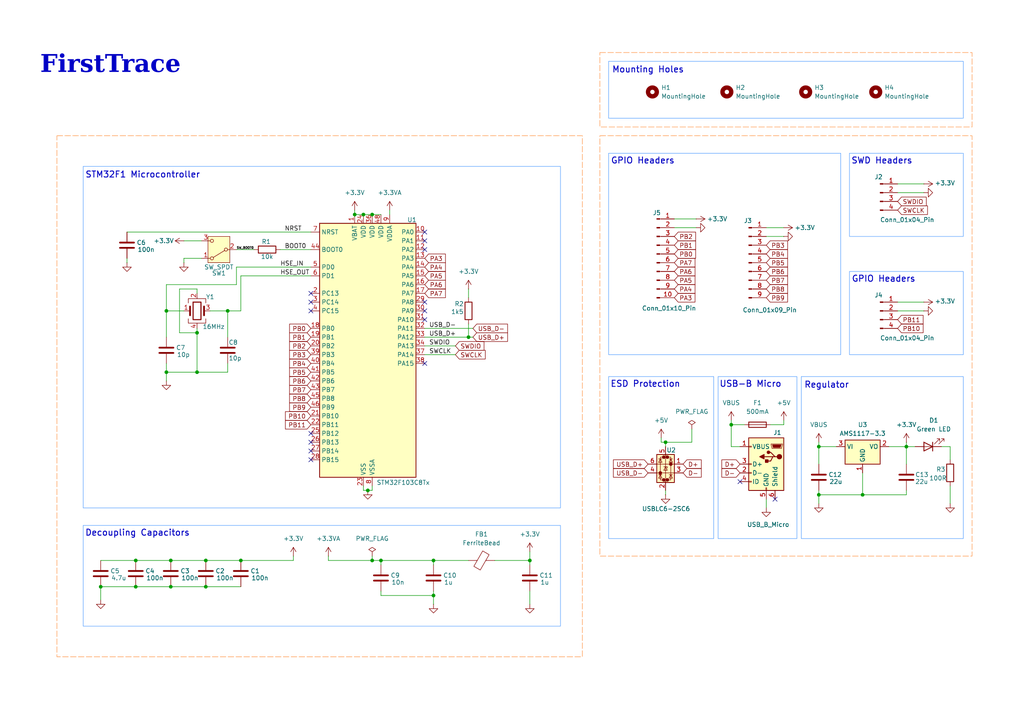
<source format=kicad_sch>
(kicad_sch (version 20231120) (generator "eeschema") (generator_version "8.0")
  (paper "A4")
  (title_block (title "FirstTrace STM32 PCB") (date "2024-10-12") (rev "1.0") (company "Nikolaos Isaak Bitsikas"))
  (lib_symbols
    (symbol "Connector:Conn_01x04_Pin" (pin_names (offset 1.016) hide)
      (property "Reference" "J" (at 0 5.08 0))
      (property "Value" "Conn_01x04_Pin" (at 0 -7.62 0))
      (symbol "Conn_01x04_Pin_1_1"
        (pin passive line (at 5.08 2.54 180) (length 3.81) (name "Pin_1") (number "1"))
        (pin passive line (at 5.08 0 180) (length 3.81) (name "Pin_2") (number "2"))
        (pin passive line (at 5.08 -2.54 180) (length 3.81) (name "Pin_3") (number "3"))
        (pin passive line (at 5.08 -5.08 180) (length 3.81) (name "Pin_4") (number "4"))
      )
    )
    (symbol "Connector:Conn_01x09_Pin" (pin_names (offset 1.016) hide)
      (property "Reference" "J" (at 0 12.7 0))
      (property "Value" "Conn_01x09_Pin" (at 0 -12.7 0))
      (symbol "Conn_01x09_Pin_1_1"
        (pin passive line (at 5.08 10.16 180) (length 3.81) (name "Pin_1") (number "1"))
        (pin passive line (at 5.08 7.62 180) (length 3.81) (name "Pin_2") (number "2"))
        (pin passive line (at 5.08 5.08 180) (length 3.81) (name "Pin_3") (number "3"))
        (pin passive line (at 5.08 2.54 180) (length 3.81) (name "Pin_4") (number "4"))
        (pin passive line (at 5.08 0 180) (length 3.81) (name "Pin_5") (number "5"))
        (pin passive line (at 5.08 -2.54 180) (length 3.81) (name "Pin_6") (number "6"))
        (pin passive line (at 5.08 -5.08 180) (length 3.81) (name "Pin_7") (number "7"))
        (pin passive line (at 5.08 -7.62 180) (length 3.81) (name "Pin_8") (number "8"))
        (pin passive line (at 5.08 -10.16 180) (length 3.81) (name "Pin_9") (number "9"))
      )
    )
    (symbol "Connector:Conn_01x10_Pin" (pin_names (offset 1.016) hide)
      (property "Reference" "J" (at 0 12.7 0))
      (property "Value" "Conn_01x10_Pin" (at 0 -15.24 0))
      (symbol "Conn_01x10_Pin_1_1"
        (pin passive line (at 5.08 10.16 180) (length 3.81) (name "Pin_1") (number "1"))
        (pin passive line (at 5.08 -12.7 180) (length 3.81) (name "Pin_10") (number "10"))
        (pin passive line (at 5.08 7.62 180) (length 3.81) (name "Pin_2") (number "2"))
        (pin passive line (at 5.08 5.08 180) (length 3.81) (name "Pin_3") (number "3"))
        (pin passive line (at 5.08 2.54 180) (length 3.81) (name "Pin_4") (number "4"))
        (pin passive line (at 5.08 0 180) (length 3.81) (name "Pin_5") (number "5"))
        (pin passive line (at 5.08 -2.54 180) (length 3.81) (name "Pin_6") (number "6"))
        (pin passive line (at 5.08 -5.08 180) (length 3.81) (name "Pin_7") (number "7"))
        (pin passive line (at 5.08 -7.62 180) (length 3.81) (name "Pin_8") (number "8"))
        (pin passive line (at 5.08 -10.16 180) (length 3.81) (name "Pin_9") (number "9"))
      )
    )
    (symbol "Connector:USB_B_Micro" (pin_names (offset 1.016))
      (property "Reference" "J" (at -5.08 11.43 0))
      (property "Value" "USB_B_Micro" (at -5.08 8.89 0))
      (symbol "USB_B_Micro_1_1"
        (pin power_out line (at 7.62 5.08 180) (length 2.54) (name "VBUS") (number "1"))
        (pin bidirectional line (at 7.62 -2.54 180) (length 2.54) (name "D-") (number "2"))
        (pin bidirectional line (at 7.62 0 180) (length 2.54) (name "D+") (number "3"))
        (pin passive line (at 7.62 -5.08 180) (length 2.54) (name "ID") (number "4"))
        (pin power_out line (at 0 -10.16 90) (length 2.54) (name "GND") (number "5"))
        (pin passive line (at -2.54 -10.16 90) (length 2.54) (name "Shield") (number "6"))
      )
    )
    (symbol "Device:C" (pin_numbers hide) (pin_names (offset 0.254))
      (property "Reference" "C" (at 0.635 2.54 0))
      (property "Value" "C" (at 0.635 -2.54 0))
      (symbol "C_1_1"
        (pin passive line (at 0 3.81 270) (length 2.794) (name "~") (number "1"))
        (pin passive line (at 0 -3.81 90) (length 2.794) (name "~") (number "2"))
      )
    )
    (symbol "Device:Crystal_GND24" (pin_names (offset 1.016) hide)
      (property "Reference" "Y" (at 3.175 5.08 0))
      (property "Value" "Crystal_GND24" (at 3.175 3.175 0))
      (symbol "Crystal_GND24_1_1"
        (pin passive line (at -3.81 0 0) (length 1.27) (name "1") (number "1"))
        (pin passive line (at 0 5.08 270) (length 1.27) (name "2") (number "2"))
        (pin passive line (at 3.81 0 180) (length 1.27) (name "3") (number "3"))
        (pin passive line (at 0 -5.08 90) (length 1.27) (name "4") (number "4"))
      )
    )
    (symbol "Device:FerriteBead" (pin_numbers hide) (pin_names (offset 0))
      (property "Reference" "FB" (at -3.81 0.635 90))
      (property "Value" "FerriteBead" (at 3.81 0 90))
      (symbol "FerriteBead_1_1"
        (pin passive line (at 0 3.81 270) (length 2.54) (name "~") (number "1"))
        (pin passive line (at 0 -3.81 90) (length 2.54) (name "~") (number "2"))
      )
    )
    (symbol "Device:Fuse" (pin_numbers hide) (pin_names (offset 0))
      (property "Reference" "F" (at 2.032 0 90))
      (property "Value" "Fuse" (at -1.905 0 90))
      (symbol "Fuse_1_1"
        (pin passive line (at 0 3.81 270) (length 1.27) (name "~") (number "1"))
        (pin passive line (at 0 -3.81 90) (length 1.27) (name "~") (number "2"))
      )
    )
    (symbol "Device:LED" (pin_numbers hide) (pin_names (offset 1.016) hide)
      (property "Reference" "D" (at 0 2.54 0))
      (property "Value" "LED" (at 0 -2.54 0))
      (symbol "LED_1_1"
        (pin passive line (at -3.81 0 0) (length 2.54) (name "K") (number "1"))
        (pin passive line (at 3.81 0 180) (length 2.54) (name "A") (number "2"))
      )
    )
    (symbol "Device:R" (pin_numbers hide) (pin_names (offset 0))
      (property "Reference" "R" (at 2.032 0 90))
      (property "Value" "R" (at 0 0 90))
      (symbol "R_1_1"
        (pin passive line (at 0 3.81 270) (length 1.27) (name "~") (number "1"))
        (pin passive line (at 0 -3.81 90) (length 1.27) (name "~") (number "2"))
      )
    )
    (symbol "MCU_ST_STM32F1:STM32F103C8Tx"
      (property "Reference" "U" (at -12.7 39.37 0))
      (property "Value" "STM32F103C8Tx" (at 10.16 39.37 0))
      (symbol "STM32F103C8Tx_1_1"
        (pin power_in line (at -2.54 40.64 270) (length 2.54) (name "VBAT") (number "1"))
        (pin bidirectional line (at 17.78 35.56 180) (length 2.54) (name "PA0") (number "10"))
        (pin bidirectional line (at 17.78 33.02 180) (length 2.54) (name "PA1") (number "11"))
        (pin bidirectional line (at 17.78 30.48 180) (length 2.54) (name "PA2") (number "12"))
        (pin bidirectional line (at 17.78 27.94 180) (length 2.54) (name "PA3") (number "13"))
        (pin bidirectional line (at 17.78 25.4 180) (length 2.54) (name "PA4") (number "14"))
        (pin bidirectional line (at 17.78 22.86 180) (length 2.54) (name "PA5") (number "15"))
        (pin bidirectional line (at 17.78 20.32 180) (length 2.54) (name "PA6") (number "16"))
        (pin bidirectional line (at 17.78 17.78 180) (length 2.54) (name "PA7") (number "17"))
        (pin bidirectional line (at -15.24 7.62 0) (length 2.54) (name "PB0") (number "18"))
        (pin bidirectional line (at -15.24 5.08 0) (length 2.54) (name "PB1") (number "19"))
        (pin bidirectional line (at -15.24 17.78 0) (length 2.54) (name "PC13") (number "2"))
        (pin bidirectional line (at -15.24 2.54 0) (length 2.54) (name "PB2") (number "20"))
        (pin bidirectional line (at -15.24 -17.78 0) (length 2.54) (name "PB10") (number "21"))
        (pin bidirectional line (at -15.24 -20.32 0) (length 2.54) (name "PB11") (number "22"))
        (pin power_in line (at 0 -38.1 90) (length 2.54) (name "VSS") (number "23"))
        (pin power_in line (at 0 40.64 270) (length 2.54) (name "VDD") (number "24"))
        (pin bidirectional line (at -15.24 -22.86 0) (length 2.54) (name "PB12") (number "25"))
        (pin bidirectional line (at -15.24 -25.4 0) (length 2.54) (name "PB13") (number "26"))
        (pin bidirectional line (at -15.24 -27.94 0) (length 2.54) (name "PB14") (number "27"))
        (pin bidirectional line (at -15.24 -30.48 0) (length 2.54) (name "PB15") (number "28"))
        (pin bidirectional line (at 17.78 15.24 180) (length 2.54) (name "PA8") (number "29"))
        (pin bidirectional line (at -15.24 15.24 0) (length 2.54) (name "PC14") (number "3"))
        (pin bidirectional line (at 17.78 12.7 180) (length 2.54) (name "PA9") (number "30"))
        (pin bidirectional line (at 17.78 10.16 180) (length 2.54) (name "PA10") (number "31"))
        (pin bidirectional line (at 17.78 7.62 180) (length 2.54) (name "PA11") (number "32"))
        (pin bidirectional line (at 17.78 5.08 180) (length 2.54) (name "PA12") (number "33"))
        (pin bidirectional line (at 17.78 2.54 180) (length 2.54) (name "PA13") (number "34"))
        (pin passive line (at 0 -38.1 90) (length 2.54) hide (name "VSS") (number "35"))
        (pin power_in line (at 2.54 40.64 270) (length 2.54) (name "VDD") (number "36"))
        (pin bidirectional line (at 17.78 0 180) (length 2.54) (name "PA14") (number "37"))
        (pin bidirectional line (at 17.78 -2.54 180) (length 2.54) (name "PA15") (number "38"))
        (pin bidirectional line (at -15.24 0 0) (length 2.54) (name "PB3") (number "39"))
        (pin bidirectional line (at -15.24 12.7 0) (length 2.54) (name "PC15") (number "4"))
        (pin bidirectional line (at -15.24 -2.54 0) (length 2.54) (name "PB4") (number "40"))
        (pin bidirectional line (at -15.24 -5.08 0) (length 2.54) (name "PB5") (number "41"))
        (pin bidirectional line (at -15.24 -7.62 0) (length 2.54) (name "PB6") (number "42"))
        (pin bidirectional line (at -15.24 -10.16 0) (length 2.54) (name "PB7") (number "43"))
        (pin input line (at -15.24 30.48 0) (length 2.54) (name "BOOT0") (number "44"))
        (pin bidirectional line (at -15.24 -12.7 0) (length 2.54) (name "PB8") (number "45"))
        (pin bidirectional line (at -15.24 -15.24 0) (length 2.54) (name "PB9") (number "46"))
        (pin passive line (at 0 -38.1 90) (length 2.54) hide (name "VSS") (number "47"))
        (pin power_in line (at 5.08 40.64 270) (length 2.54) (name "VDD") (number "48"))
        (pin bidirectional line (at -15.24 25.4 0) (length 2.54) (name "PD0") (number "5"))
        (pin bidirectional line (at -15.24 22.86 0) (length 2.54) (name "PD1") (number "6"))
        (pin input line (at -15.24 35.56 0) (length 2.54) (name "NRST") (number "7"))
        (pin power_in line (at 2.54 -38.1 90) (length 2.54) (name "VSSA") (number "8"))
        (pin power_in line (at 7.62 40.64 270) (length 2.54) (name "VDDA") (number "9"))
      )
    )
    (symbol "Mechanical:MountingHole" (pin_names (offset 1.016)) (exclude_from_sim yes) (in_bom no)
      (property "Reference" "H" (at 0 5.08 0))
      (property "Value" "MountingHole" (at 0 3.175 0))
    )
    (symbol "Power_Protection:USBLC6-2SC6" (pin_names hide)
      (property "Reference" "U" (at 0.635 5.715 0))
      (property "Value" "USBLC6-2SC6" (at 0.635 3.81 0))
      (symbol "USBLC6-2SC6_1_1"
        (pin passive line (at -5.08 0 0) (length 2.54) (name "I/O1") (number "1"))
        (pin passive line (at 0 -7.62 90) (length 2.54) (name "GND") (number "2"))
        (pin passive line (at -5.08 -2.54 0) (length 2.54) (name "I/O2") (number "3"))
        (pin passive line (at 5.08 -2.54 180) (length 2.54) (name "I/O2") (number "4"))
        (pin passive line (at 0 5.08 270) (length 2.54) (name "VBUS") (number "5"))
        (pin passive line (at 5.08 0 180) (length 2.54) (name "I/O1") (number "6"))
      )
    )
    (symbol "Regulator_Linear:AMS1117-3.3"
      (property "Reference" "U" (at -3.81 3.175 0))
      (property "Value" "AMS1117-3.3" (at 0 3.175 0))
      (symbol "AMS1117-3.3_1_1"
        (pin power_in line (at 0 -7.62 90) (length 2.54) (name "GND") (number "1"))
        (pin power_out line (at 7.62 0 180) (length 2.54) (name "VO") (number "2"))
        (pin power_in line (at -7.62 0 0) (length 2.54) (name "VI") (number "3"))
      )
    )
    (symbol "Switch:SW_SPDT" (pin_names (offset 0) hide)
      (property "Reference" "SW" (at 0 5.08 0))
      (property "Value" "SW_SPDT" (at 0 -5.08 0))
      (symbol "SW_SPDT_1_1"
        (pin passive line (at 5.08 2.54 180) (length 2.54) (name "A") (number "1"))
        (pin passive line (at -5.08 0 0) (length 2.54) (name "B") (number "2"))
        (pin passive line (at 5.08 -2.54 180) (length 2.54) (name "C") (number "3"))
      )
    )
    (symbol "power:+3.3V" (power) (pin_numbers hide) (pin_names (offset 0) hide)
      (property "Value" "+3.3V" (at 0 3.556 0))
      (symbol "+3.3V_1_1"
        (pin power_in line (at 0 0 90) (length 0) (name "~") (number "1"))
      )
    )
    (symbol "power:+3.3VA" (power) (pin_numbers hide) (pin_names (offset 0) hide)
      (property "Value" "+3.3VA" (at 0 3.556 0))
      (symbol "+3.3VA_1_1"
        (pin power_in line (at 0 0 90) (length 0) (name "~") (number "1"))
      )
    )
    (symbol "power:+5V" (power) (pin_numbers hide) (pin_names (offset 0) hide)
      (property "Value" "+5V" (at 0 3.556 0))
      (symbol "+5V_1_1"
        (pin power_in line (at 0 0 90) (length 0) (name "~") (number "1"))
      )
    )
    (symbol "power:GND" (power) (pin_numbers hide) (pin_names (offset 0) hide)
      (property "Value" "GND" (at 0 -3.81 0))
      (symbol "GND_1_1"
        (pin power_in line (at 0 0 270) (length 0) (name "~") (number "1"))
      )
    )
    (symbol "power:PWR_FLAG" (power) (pin_numbers hide) (pin_names (offset 0) hide)
      (property "Value" "PWR_FLAG" (at 0 3.81 0))
      (symbol "PWR_FLAG_0_0"
        (pin power_out line (at 0 0 90) (length 0) (name "~") (number "1"))
      )
    )
    (symbol "power:VBUS" (power) (pin_numbers hide) (pin_names (offset 0) hide)
      (property "Value" "VBUS" (at 0 3.556 0))
      (symbol "VBUS_1_1"
        (pin power_in line (at 0 0 90) (length 0) (name "~") (number "1"))
      )
    )
  )
  (junction (at 49.53 162.56))
  (junction (at 237.49 143.51))
  (junction (at 105.41 62.23))
  (junction (at 135.89 97.79))
  (junction (at 262.89 129.54))
  (junction (at 193.04 128.27))
  (junction (at 125.73 172.72))
  (junction (at 59.69 170.18))
  (junction (at 106.68 142.24))
  (junction (at 66.04 90.17))
  (junction (at 39.37 162.56))
  (junction (at 57.15 96.52))
  (junction (at 48.26 90.17))
  (junction (at 250.19 143.51))
  (junction (at 107.95 62.23))
  (junction (at 237.49 129.54))
  (junction (at 125.73 162.56))
  (junction (at 102.87 62.23))
  (junction (at 59.69 162.56))
  (junction (at 39.37 170.18))
  (junction (at 48.26 107.95))
  (junction (at 29.21 170.18))
  (junction (at 212.09 123.19))
  (junction (at 110.49 162.56))
  (junction (at 153.67 162.56))
  (junction (at 69.85 162.56))
  (junction (at 107.95 162.56))
  (junction (at 49.53 170.18))
  (junction (at 57.15 107.95))
  (no_connect (at 90.17 90.17))
  (no_connect (at 214.63 139.7))
  (no_connect (at 123.19 92.71))
  (no_connect (at 123.19 67.31))
  (no_connect (at 90.17 85.09))
  (no_connect (at 224.79 144.78))
  (no_connect (at 123.19 72.39))
  (no_connect (at 90.17 125.73))
  (no_connect (at 90.17 133.35))
  (no_connect (at 90.17 87.63))
  (no_connect (at 123.19 105.41))
  (no_connect (at 90.17 128.27))
  (no_connect (at 90.17 130.81))
  (no_connect (at 123.19 87.63))
  (no_connect (at 123.19 69.85))
  (no_connect (at 123.19 90.17))
  (wire (pts (xy 193.04 128.27) (xy 193.04 129.54)))
  (wire (pts (xy 53.34 69.85) (xy 58.42 69.85)))
  (wire (pts (xy 53.34 90.17) (xy 48.26 90.17)))
  (wire (pts (xy 107.95 161.29) (xy 107.95 162.56)))
  (wire (pts (xy 135.89 97.79) (xy 137.16 97.79)))
  (wire (pts (xy 227.33 121.92) (xy 227.33 123.19)))
  (wire (pts (xy 262.89 142.24) (xy 262.89 143.51)))
  (wire (pts (xy 250.19 137.16) (xy 250.19 143.51)))
  (wire (pts (xy 69.85 80.01) (xy 90.17 80.01)))
  (wire (pts (xy 237.49 128.27) (xy 237.49 129.54)))
  (wire (pts (xy 48.26 105.41) (xy 48.26 107.95)))
  (wire (pts (xy 135.89 93.98) (xy 135.89 97.79)))
  (wire (pts (xy 125.73 162.56) (xy 135.89 162.56)))
  (wire (pts (xy 107.95 142.24) (xy 106.68 142.24)))
  (wire (pts (xy 110.49 162.56) (xy 125.73 162.56)))
  (wire (pts (xy 275.59 140.97) (xy 275.59 146.05)))
  (wire (pts (xy 95.25 162.56) (xy 107.95 162.56)))
  (wire (pts (xy 102.87 62.23) (xy 105.41 62.23)))
  (wire (pts (xy 193.04 128.27) (xy 200.66 128.27)))
  (wire (pts (xy 29.21 170.18) (xy 39.37 170.18)))
  (wire (pts (xy 195.58 66.04) (xy 201.93 66.04)))
  (wire (pts (xy 250.19 143.51) (xy 237.49 143.51)))
  (wire (pts (xy 125.73 172.72) (xy 125.73 175.26)))
  (wire (pts (xy 105.41 142.24) (xy 106.68 142.24)))
  (wire (pts (xy 153.67 171.45) (xy 153.67 175.26)))
  (wire (pts (xy 123.19 97.79) (xy 135.89 97.79)))
  (wire (pts (xy 57.15 95.25) (xy 57.15 96.52)))
  (wire (pts (xy 107.95 162.56) (xy 110.49 162.56)))
  (wire (pts (xy 212.09 123.19) (xy 212.09 129.54)))
  (wire (pts (xy 68.58 72.39) (xy 73.66 72.39)))
  (wire (pts (xy 267.97 53.34) (xy 260.35 53.34)))
  (wire (pts (xy 143.51 162.56) (xy 153.67 162.56)))
  (wire (pts (xy 267.97 87.63) (xy 260.35 87.63)))
  (wire (pts (xy 52.07 83.82) (xy 57.15 83.82)))
  (wire (pts (xy 125.73 163.83) (xy 125.73 162.56)))
  (wire (pts (xy 227.33 123.19) (xy 223.52 123.19)))
  (wire (pts (xy 105.41 62.23) (xy 107.95 62.23)))
  (wire (pts (xy 110.49 172.72) (xy 125.73 172.72)))
  (wire (pts (xy 53.34 74.93) (xy 53.34 76.2)))
  (wire (pts (xy 66.04 107.95) (xy 57.15 107.95)))
  (wire (pts (xy 212.09 121.92) (xy 212.09 123.19)))
  (wire (pts (xy 68.58 77.47) (xy 68.58 82.55)))
  (wire (pts (xy 193.04 142.24) (xy 193.04 143.51)))
  (wire (pts (xy 81.28 72.39) (xy 90.17 72.39)))
  (wire (pts (xy 59.69 162.56) (xy 69.85 162.56)))
  (wire (pts (xy 153.67 160.02) (xy 153.67 162.56)))
  (wire (pts (xy 85.09 161.29) (xy 85.09 162.56)))
  (wire (pts (xy 135.89 83.82) (xy 135.89 86.36)))
  (wire (pts (xy 123.19 102.87) (xy 132.08 102.87)))
  (wire (pts (xy 29.21 170.18) (xy 29.21 173.99)))
  (wire (pts (xy 212.09 123.19) (xy 215.9 123.19)))
  (wire (pts (xy 57.15 96.52) (xy 57.15 107.95)))
  (wire (pts (xy 262.89 128.27) (xy 262.89 129.54)))
  (wire (pts (xy 262.89 129.54) (xy 262.89 134.62)))
  (wire (pts (xy 222.25 66.04) (xy 227.33 66.04)))
  (wire (pts (xy 260.35 90.17) (xy 267.97 90.17)))
  (wire (pts (xy 57.15 85.09) (xy 57.15 83.82)))
  (wire (pts (xy 262.89 129.54) (xy 265.43 129.54)))
  (wire (pts (xy 48.26 82.55) (xy 68.58 82.55)))
  (wire (pts (xy 105.41 140.97) (xy 105.41 142.24)))
  (wire (pts (xy 195.58 63.5) (xy 201.93 63.5)))
  (wire (pts (xy 242.57 129.54) (xy 237.49 129.54)))
  (wire (pts (xy 107.95 140.97) (xy 107.95 142.24)))
  (wire (pts (xy 123.19 95.25) (xy 137.16 95.25)))
  (wire (pts (xy 273.05 129.54) (xy 275.59 129.54)))
  (wire (pts (xy 66.04 90.17) (xy 66.04 97.79)))
  (wire (pts (xy 36.83 67.31) (xy 90.17 67.31)))
  (wire (pts (xy 212.09 129.54) (xy 214.63 129.54)))
  (wire (pts (xy 110.49 172.72) (xy 110.49 171.45)))
  (wire (pts (xy 262.89 143.51) (xy 250.19 143.51)))
  (wire (pts (xy 69.85 90.17) (xy 69.85 80.01)))
  (wire (pts (xy 60.96 90.17) (xy 66.04 90.17)))
  (wire (pts (xy 257.81 129.54) (xy 262.89 129.54)))
  (wire (pts (xy 52.07 96.52) (xy 57.15 96.52)))
  (wire (pts (xy 110.49 163.83) (xy 110.49 162.56)))
  (wire (pts (xy 123.19 100.33) (xy 132.08 100.33)))
  (wire (pts (xy 48.26 82.55) (xy 48.26 90.17)))
  (wire (pts (xy 39.37 162.56) (xy 49.53 162.56)))
  (wire (pts (xy 102.87 60.96) (xy 102.87 62.23)))
  (wire (pts (xy 48.26 107.95) (xy 48.26 110.49)))
  (wire (pts (xy 66.04 90.17) (xy 69.85 90.17)))
  (wire (pts (xy 222.25 68.58) (xy 227.33 68.58)))
  (wire (pts (xy 57.15 107.95) (xy 48.26 107.95)))
  (wire (pts (xy 125.73 171.45) (xy 125.73 172.72)))
  (wire (pts (xy 237.49 143.51) (xy 237.49 146.05)))
  (wire (pts (xy 48.26 90.17) (xy 48.26 97.79)))
  (wire (pts (xy 107.95 62.23) (xy 110.49 62.23)))
  (wire (pts (xy 95.25 161.29) (xy 95.25 162.56)))
  (wire (pts (xy 52.07 83.82) (xy 52.07 96.52)))
  (wire (pts (xy 191.77 127) (xy 191.77 128.27)))
  (wire (pts (xy 275.59 129.54) (xy 275.59 133.35)))
  (wire (pts (xy 29.21 162.56) (xy 39.37 162.56)))
  (wire (pts (xy 237.49 142.24) (xy 237.49 143.51)))
  (wire (pts (xy 237.49 129.54) (xy 237.49 134.62)))
  (wire (pts (xy 39.37 170.18) (xy 49.53 170.18)))
  (wire (pts (xy 53.34 74.93) (xy 58.42 74.93)))
  (wire (pts (xy 113.03 60.96) (xy 113.03 62.23)))
  (wire (pts (xy 69.85 162.56) (xy 85.09 162.56)))
  (wire (pts (xy 66.04 105.41) (xy 66.04 107.95)))
  (wire (pts (xy 49.53 162.56) (xy 59.69 162.56)))
  (wire (pts (xy 193.04 128.27) (xy 191.77 128.27)))
  (wire (pts (xy 200.66 124.46) (xy 200.66 128.27)))
  (wire (pts (xy 49.53 170.18) (xy 59.69 170.18)))
  (wire (pts (xy 90.17 77.47) (xy 68.58 77.47)))
  (wire (pts (xy 153.67 163.83) (xy 153.67 162.56)))
  (wire (pts (xy 59.69 170.18) (xy 69.85 170.18)))
  (wire (pts (xy 260.35 55.88) (xy 267.97 55.88)))
  (wire (pts (xy 222.25 144.78) (xy 222.25 147.32)))
  (wire (pts (xy 36.83 74.93) (xy 36.83 76.2)))
  (rectangle (start 246.38 44.45) (end 279.4 68.58) (stroke (width 0) (color 90 162 255 1)))
  (rectangle (start 232.41 109.22) (end 279.4 156.21) (stroke (width 0) (color 90 162 255 1)))
  (rectangle (start 16.51 39.37) (end 168.91 190.5) (stroke (width 0) (type dash) (color 255 148 70 1)))
  (rectangle (start 173.99 39.37) (end 281.94 161.29) (stroke (width 0) (type dash) (color 255 148 70 1)))
  (rectangle (start 176.53 17.78) (end 279.4 34.29) (stroke (width 0) (color 90 162 255 1)))
  (rectangle (start 208.28 109.22) (end 231.14 156.21) (stroke (width 0) (color 90 162 255 1)))
  (rectangle (start 176.53 109.22) (end 207.01 156.21) (stroke (width 0) (color 90 162 255 1)))
  (rectangle (start 246.38 78.74) (end 279.4 102.87) (stroke (width 0) (color 90 162 255 1)))
  (rectangle (start 173.99 15.24) (end 281.94 36.83) (stroke (width 0) (type dash) (color 255 148 70 1)))
  (rectangle (start 24.13 48.26) (end 162.56 147.32) (stroke (width 0) (color 90 162 255 1)))
  (rectangle (start 24.13 152.4) (end 162.56 181.61) (stroke (width 0) (color 90 162 255 1)))
  (rectangle (start 176.53 44.45) (end 243.84 102.87) (stroke (width 0) (color 90 162 255 1)))
  (text "FirstTrace " (at 33.274 20.32 0) (effects (font (size 5.08 5.08) (thickness 0.254) (bold yes))))
  (text "STM32F1 Microcontroller" (at 41.402 50.8 0) (effects (font (size 1.778 1.778) (thickness 0.254) (bold yes))))
  (text "SWD Headers" (at 255.778 46.736 0) (effects (font (size 1.778 1.778) (thickness 0.254) (bold yes))))
  (text "GPIO Headers" (at 256.286 81.026 0) (effects (font (size 1.778 1.778) (thickness 0.254) (bold yes))))
  (text "GPIO Headers" (at 186.436 46.736 0) (effects (font (size 1.778 1.778) (thickness 0.254) (bold yes))))
  (text "Regulator\n" (at 239.776 111.76 0) (effects (font (size 1.778 1.778) (thickness 0.254) (bold yes))))
  (text "Decoupling Capacitors" (at 39.878 154.686 0) (effects (font (size 1.778 1.778) (thickness 0.254) (bold yes))))
  (text "USB-B Micro\n" (at 217.678 111.506 0) (effects (font (size 1.778 1.778) (thickness 0.254) (bold yes))))
  (text "ESD Protection\n" (at 187.198 111.506 0) (effects (font (size 1.778 1.778) (thickness 0.254) (bold yes))))
  (text "Mounting Holes" (at 187.96 20.32 0) (effects (font (size 1.778 1.778) (thickness 0.254) (bold yes))))
  (label "USB_D+" (at 124.46 97.79 0))
  (label "HSE_OUT" (at 81.28 80.01 0))
  (label "SW_BOOT0" (at 68.58 72.39 0) (effects (font (size 0.635 0.635))))
  (label "NRST" (at 82.55 67.31 0))
  (label "HSE_IN" (at 81.28 77.47 0))
  (label "SWCLK" (at 124.46 102.87 0))
  (label "USB_D-" (at 124.46 95.25 0))
  (label "SWDIO" (at 124.46 100.33 0))
  (label "BOOT0" (at 82.55 72.39 0))
  (global_label "USB_D+" (shape input) (at 137.16 97.79 0) (property "Intersheetrefs" "${INTERSHEET_REFS}" (effects (hide yes))))
  (global_label "PA5" (shape input) (at 195.58 81.28 0) (property "Intersheetrefs" "${INTERSHEET_REFS}" (effects (hide yes))))
  (global_label "D+" (shape input) (at 214.63 134.62 180) (property "Intersheetrefs" "${INTERSHEET_REFS}" (effects (hide yes))))
  (global_label "PA4" (shape input) (at 123.19 77.47 0) (property "Intersheetrefs" "${INTERSHEET_REFS}" (effects (hide yes))))
  (global_label "USB_D+" (shape input) (at 187.96 134.62 180) (property "Intersheetrefs" "${INTERSHEET_REFS}" (effects (hide yes))))
  (global_label "PB6" (shape input) (at 222.25 78.74 0) (property "Intersheetrefs" "${INTERSHEET_REFS}" (effects (hide yes))))
  (global_label "PB9" (shape input) (at 90.17 118.11 180) (property "Intersheetrefs" "${INTERSHEET_REFS}" (effects (hide yes))))
  (global_label "PA7" (shape input) (at 195.58 76.2 0) (property "Intersheetrefs" "${INTERSHEET_REFS}" (effects (hide yes))))
  (global_label "PB4" (shape input) (at 222.25 73.66 0) (property "Intersheetrefs" "${INTERSHEET_REFS}" (effects (hide yes))))
  (global_label "PB2" (shape input) (at 195.58 68.58 0) (property "Intersheetrefs" "${INTERSHEET_REFS}" (effects (hide yes))))
  (global_label "PB3" (shape input) (at 90.17 102.87 180) (property "Intersheetrefs" "${INTERSHEET_REFS}" (effects (hide yes))))
  (global_label "PB2" (shape input) (at 90.17 100.33 180) (property "Intersheetrefs" "${INTERSHEET_REFS}" (effects (hide yes))))
  (global_label "PB11" (shape input) (at 260.35 92.71 0) (property "Intersheetrefs" "${INTERSHEET_REFS}" (effects (hide yes))))
  (global_label "PB5" (shape input) (at 90.17 107.95 180) (property "Intersheetrefs" "${INTERSHEET_REFS}" (effects (hide yes))))
  (global_label "PB11" (shape input) (at 90.17 123.19 180) (property "Intersheetrefs" "${INTERSHEET_REFS}" (effects (hide yes))))
  (global_label "USB_D-" (shape input) (at 187.96 137.16 180) (property "Intersheetrefs" "${INTERSHEET_REFS}" (effects (hide yes))))
  (global_label "PB0" (shape input) (at 90.17 95.25 180) (property "Intersheetrefs" "${INTERSHEET_REFS}" (effects (hide yes))))
  (global_label "PB6" (shape input) (at 90.17 110.49 180) (property "Intersheetrefs" "${INTERSHEET_REFS}" (effects (hide yes))))
  (global_label "PB5" (shape input) (at 222.25 76.2 0) (property "Intersheetrefs" "${INTERSHEET_REFS}" (effects (hide yes))))
  (global_label "PB3" (shape input) (at 222.25 71.12 0) (property "Intersheetrefs" "${INTERSHEET_REFS}" (effects (hide yes))))
  (global_label "PB9" (shape input) (at 222.25 86.36 0) (property "Intersheetrefs" "${INTERSHEET_REFS}" (effects (hide yes))))
  (global_label "PB10" (shape input) (at 260.35 95.25 0) (property "Intersheetrefs" "${INTERSHEET_REFS}" (effects (hide yes))))
  (global_label "PB7" (shape input) (at 222.25 81.28 0) (property "Intersheetrefs" "${INTERSHEET_REFS}" (effects (hide yes))))
  (global_label "PB7" (shape input) (at 90.17 113.03 180) (property "Intersheetrefs" "${INTERSHEET_REFS}" (effects (hide yes))))
  (global_label "SWDIO" (shape input) (at 132.08 100.33 0) (property "Intersheetrefs" "${INTERSHEET_REFS}" (effects (hide yes))))
  (global_label "SWCLK" (shape input) (at 260.35 60.96 0) (property "Intersheetrefs" "${INTERSHEET_REFS}" (effects (hide yes))))
  (global_label "PB1" (shape input) (at 90.17 97.79 180) (property "Intersheetrefs" "${INTERSHEET_REFS}" (effects (hide yes))))
  (global_label "D-" (shape input) (at 198.12 137.16 0) (property "Intersheetrefs" "${INTERSHEET_REFS}" (effects (hide yes))))
  (global_label "PA4" (shape input) (at 195.58 83.82 0) (property "Intersheetrefs" "${INTERSHEET_REFS}" (effects (hide yes))))
  (global_label "PA3" (shape input) (at 123.19 74.93 0) (property "Intersheetrefs" "${INTERSHEET_REFS}" (effects (hide yes))))
  (global_label "PA7" (shape input) (at 123.19 85.09 0) (property "Intersheetrefs" "${INTERSHEET_REFS}" (effects (hide yes))))
  (global_label "SWDIO" (shape input) (at 260.35 58.42 0) (property "Intersheetrefs" "${INTERSHEET_REFS}" (effects (hide yes))))
  (global_label "PA6" (shape input) (at 195.58 78.74 0) (property "Intersheetrefs" "${INTERSHEET_REFS}" (effects (hide yes))))
  (global_label "PB10" (shape input) (at 90.17 120.65 180) (property "Intersheetrefs" "${INTERSHEET_REFS}" (effects (hide yes))))
  (global_label "PA3" (shape input) (at 195.58 86.36 0) (property "Intersheetrefs" "${INTERSHEET_REFS}" (effects (hide yes))))
  (global_label "D-" (shape input) (at 214.63 137.16 180) (property "Intersheetrefs" "${INTERSHEET_REFS}" (effects (hide yes))))
  (global_label "PA6" (shape input) (at 123.19 82.55 0) (property "Intersheetrefs" "${INTERSHEET_REFS}" (effects (hide yes))))
  (global_label "D+" (shape input) (at 198.12 134.62 0) (property "Intersheetrefs" "${INTERSHEET_REFS}" (effects (hide yes))))
  (global_label "PA5" (shape input) (at 123.19 80.01 0) (property "Intersheetrefs" "${INTERSHEET_REFS}" (effects (hide yes))))
  (global_label "USB_D-" (shape input) (at 137.16 95.25 0) (property "Intersheetrefs" "${INTERSHEET_REFS}" (effects (hide yes))))
  (global_label "SWCLK" (shape input) (at 132.08 102.87 0) (property "Intersheetrefs" "${INTERSHEET_REFS}" (effects (hide yes))))
  (global_label "PB4" (shape input) (at 90.17 105.41 180) (property "Intersheetrefs" "${INTERSHEET_REFS}" (effects (hide yes))))
  (global_label "PB0" (shape input) (at 195.58 73.66 0) (property "Intersheetrefs" "${INTERSHEET_REFS}" (effects (hide yes))))
  (global_label "PB8" (shape input) (at 90.17 115.57 180) (property "Intersheetrefs" "${INTERSHEET_REFS}" (effects (hide yes))))
  (global_label "PB1" (shape input) (at 195.58 71.12 0) (property "Intersheetrefs" "${INTERSHEET_REFS}" (effects (hide yes))))
  (global_label "PB8" (shape input) (at 222.25 83.82 0) (property "Intersheetrefs" "${INTERSHEET_REFS}" (effects (hide yes))))
  (symbol (lib_id "power:GND") (at 125.73 175.26 0) (unit 1)
    (property "Reference" "#PWR09" (effects (hide yes)))
    (property "Value" "GND" (effects (hide yes)))
    (property "Description" "Power symbol creates a global label with name \"GND\" , ground" (effects (hide yes)))
  )
  (symbol (lib_id "power:+3.3V") (at 102.87 60.96 0) (unit 1)
    (property "Reference" "#PWR026" (effects (hide yes)))
    (property "Value" "+3.3V" (at 102.87 55.88 0))
    (property "Description" "Power symbol creates a global label with name \"+3.3V\"" (effects (hide yes)))
  )
  (symbol (lib_id "Device:C") (at 49.53 166.37 0) (unit 1)
    (property "Reference" "C3" (at 52.324 165.608 0) (effects (justify left)))
    (property "Value" "100n" (at 52.578 167.64 0) (effects (justify left)))
    (property "Footprint" "Capacitor_SMD:C_0402_1005Metric" (effects (hide yes)))
    (property "Description" "Unpolarized capacitor" (effects (hide yes)))
  )
  (symbol (lib_id "Device:C") (at 48.26 101.6 0) (unit 1)
    (property "Reference" "C7" (at 51.054 100.838 0) (effects (justify left)))
    (property "Value" "10p" (at 51.308 102.87 0) (effects (justify left)))
    (property "Footprint" "Capacitor_SMD:C_0402_1005Metric" (effects (hide yes)))
    (property "Description" "Unpolarized capacitor" (effects (hide yes)))
  )
  (symbol (lib_id "power:GND") (at 153.67 175.26 0) (unit 1)
    (property "Reference" "#PWR010" (effects (hide yes)))
    (property "Value" "GND" (effects (hide yes)))
    (property "Description" "Power symbol creates a global label with name \"GND\" , ground" (effects (hide yes)))
  )
  (symbol (lib_id "Device:C") (at 237.49 138.43 0) (unit 1)
    (property "Reference" "C12" (at 240.284 137.668 0) (effects (justify left)))
    (property "Value" "22u" (at 240.538 139.7 0) (effects (justify left)))
    (property "Footprint" "Capacitor_SMD:C_0805_2012Metric" (effects (hide yes)))
    (property "Description" "Unpolarized capacitor" (effects (hide yes)))
  )
  (symbol (lib_id "power:+3.3V") (at 135.89 83.82 0) (unit 1)
    (property "Reference" "#PWR019" (effects (hide yes)))
    (property "Value" "+3.3V" (at 135.89 78.74 0))
    (property "Description" "Power symbol creates a global label with name \"+3.3V\"" (effects (hide yes)))
  )
  (symbol (lib_id "Device:LED") (at 269.24 129.54 180) (unit 1)
    (property "Reference" "D1" (at 270.8275 121.92 0))
    (property "Value" "Green LED" (at 270.8275 124.46 0))
    (property "Footprint" "LED_SMD:LED_0603_1608Metric" (effects (hide yes)))
    (property "Description" "Light emitting diode" (effects (hide yes)))
  )
  (symbol (lib_id "Connector:Conn_01x09_Pin") (at 217.17 76.2 0) (unit 1)
    (property "Reference" "J3" (at 216.916 64.008 0))
    (property "Value" "Conn_01x09_Pin" (at 223.266 89.916 0))
    (property "Footprint" "Connector_PinHeader_2.54mm:PinHeader_1x09_P2.54mm_Vertical" (effects (hide yes)))
    (property "Description" "Generic connector, single row, 01x09, script generated" (effects (hide yes)))
  )
  (symbol (lib_id "power:+3.3V") (at 267.97 53.34 270) (mirror x) (unit 1)
    (property "Reference" "#PWR021" (effects (hide yes)))
    (property "Value" "+3.3V" (at 274.066 53.086 90))
    (property "Description" "Power symbol creates a global label with name \"+3.3V\"" (effects (hide yes)))
  )
  (symbol (lib_id "power:GND") (at 227.33 68.58 90) (unit 1)
    (property "Reference" "#PWR023" (effects (hide yes)))
    (property "Value" "GND" (effects (hide yes)))
    (property "Description" "Power symbol creates a global label with name \"GND\" , ground" (effects (hide yes)))
  )
  (symbol (lib_id "Device:C") (at 153.67 167.64 0) (unit 1)
    (property "Reference" "C11" (at 156.464 166.878 0) (effects (justify left)))
    (property "Value" "1u" (at 156.718 168.91 0) (effects (justify left)))
    (property "Footprint" "Capacitor_SMD:C_0402_1005Metric" (effects (hide yes)))
    (property "Description" "Unpolarized capacitor" (effects (hide yes)))
  )
  (symbol (lib_id "power:GND") (at 201.93 66.04 90) (unit 1)
    (property "Reference" "#PWR031" (effects (hide yes)))
    (property "Value" "GND" (effects (hide yes)))
    (property "Description" "Power symbol creates a global label with name \"GND\" , ground" (effects (hide yes)))
  )
  (symbol (lib_id "power:+5V") (at 227.33 121.92 0) (unit 1)
    (property "Reference" "#PWR029" (effects (hide yes)))
    (property "Value" "+5V" (at 227.33 116.84 0))
    (property "Description" "Power symbol creates a global label with name \"+5V\"" (effects (hide yes)))
  )
  (symbol (lib_id "power:GND") (at 267.97 55.88 90) (mirror x) (unit 1)
    (property "Reference" "#PWR020" (effects (hide yes)))
    (property "Value" "GND" (effects (hide yes)))
    (property "Description" "Power symbol creates a global label with name \"GND\" , ground" (effects (hide yes)))
  )
  (symbol (lib_id "power:VBUS") (at 237.49 128.27 0) (unit 1)
    (property "Reference" "#PWR017" (effects (hide yes)))
    (property "Value" "VBUS" (at 237.49 123.19 0))
    (property "Description" "Power symbol creates a global label with name \"VBUS\"" (effects (hide yes)))
  )
  (symbol (lib_id "Connector:USB_B_Micro") (at 222.25 134.62 0) (mirror y) (unit 1)
    (property "Reference" "J1" (at 224.282 125.476 0) (effects (justify right)))
    (property "Value" "USB_B_Micro" (at 216.662 152.146 0) (effects (justify right)))
    (property "Footprint" "Connector_USB:USB_Micro-B_Wuerth_629105150521" (effects (hide yes)))
    (property "Description" "USB Micro Type B connector" (effects (hide yes)))
  )
  (symbol (lib_id "power:+3.3V") (at 153.67 160.02 0) (unit 1)
    (property "Reference" "#PWR011" (effects (hide yes)))
    (property "Value" "+3.3V" (at 153.67 154.94 0))
    (property "Description" "Power symbol creates a global label with name \"+3.3V\"" (effects (hide yes)))
  )
  (symbol (lib_id "Device:R") (at 77.47 72.39 90) (unit 1)
    (property "Reference" "R1" (at 77.216 70.104 90))
    (property "Value" "10k" (at 77.47 74.422 90))
    (property "Footprint" "Resistor_SMD:R_0402_1005Metric" (effects (hide yes)))
    (property "Description" "Resistor" (effects (hide yes)))
  )
  (symbol (lib_id "power:+3.3V") (at 262.89 128.27 0) (unit 1)
    (property "Reference" "#PWR018" (effects (hide yes)))
    (property "Value" "+3.3V" (at 262.89 123.19 0))
    (property "Description" "Power symbol creates a global label with name \"+3.3V\"" (effects (hide yes)))
  )
  (symbol (lib_id "Device:C") (at 29.21 166.37 0) (unit 1)
    (property "Reference" "C5" (at 32.004 165.608 0) (effects (justify left)))
    (property "Value" "4.7u" (at 32.258 167.64 0) (effects (justify left)))
    (property "Footprint" "Capacitor_SMD:C_0603_1608Metric" (effects (hide yes)))
    (property "Description" "Unpolarized capacitor" (effects (hide yes)))
  )
  (symbol (lib_id "Connector:Conn_01x04_Pin") (at 255.27 55.88 0) (unit 1)
    (property "Reference" "J2" (at 256.032 51.308 0) (effects (justify right)))
    (property "Value" "Conn_01x04_Pin" (at 271.018 63.754 0) (effects (justify right)))
    (property "Footprint" "Connector_PinHeader_2.54mm:PinHeader_1x04_P2.54mm_Vertical" (effects (hide yes)))
    (property "Description" "Generic connector, single row, 01x04, script generated" (effects (hide yes)))
  )
  (symbol (lib_id "power:+3.3V") (at 267.97 87.63 270) (mirror x) (unit 1)
    (property "Reference" "#PWR024" (effects (hide yes)))
    (property "Value" "+3.3V" (at 274.066 87.376 90))
    (property "Description" "Power symbol creates a global label with name \"+3.3V\"" (effects (hide yes)))
  )
  (symbol (lib_id "Device:C") (at 36.83 71.12 0) (unit 1)
    (property "Reference" "C6" (at 39.624 70.358 0) (effects (justify left)))
    (property "Value" "100n" (at 39.878 72.39 0) (effects (justify left)))
    (property "Footprint" "Capacitor_SMD:C_0402_1005Metric" (effects (hide yes)))
    (property "Description" "Unpolarized capacitor" (effects (hide yes)))
  )
  (symbol (lib_id "Mechanical:MountingHole") (at 233.68 26.67 0) (unit 1) (exclude_from_sim yes) (in_bom no)
    (property "Reference" "H3" (at 236.22 25.3999 0) (effects (justify left)))
    (property "Value" "MountingHole" (at 236.22 27.9399 0) (effects (justify left)))
    (property "Footprint" "MountingHole:MountingHole_2.2mm_M2" (effects (hide yes)))
    (property "Description" "Mounting Hole without connection" (effects (hide yes)))
  )
  (symbol (lib_id "Device:C") (at 69.85 166.37 0) (unit 1)
    (property "Reference" "C1" (at 72.644 165.608 0) (effects (justify left)))
    (property "Value" "100n" (at 72.898 167.64 0) (effects (justify left)))
    (property "Footprint" "Capacitor_SMD:C_0402_1005Metric" (effects (hide yes)))
    (property "Description" "Unpolarized capacitor" (effects (hide yes)))
  )
  (symbol (lib_id "power:GND") (at 29.21 173.99 0) (unit 1)
    (property "Reference" "#PWR03" (effects (hide yes)))
    (property "Value" "GND" (effects (hide yes)))
    (property "Description" "Power symbol creates a global label with name \"GND\" , ground" (effects (hide yes)))
  )
  (symbol (lib_id "power:VBUS") (at 212.09 121.92 0) (unit 1)
    (property "Reference" "#PWR016" (effects (hide yes)))
    (property "Value" "VBUS" (at 212.09 116.84 0))
    (property "Description" "Power symbol creates a global label with name \"VBUS\"" (effects (hide yes)))
  )
  (symbol (lib_id "Device:R") (at 135.89 90.17 0) (unit 1)
    (property "Reference" "R2" (at 131.826 88.138 0) (effects (justify left)))
    (property "Value" "1k5" (at 130.81 90.424 0) (effects (justify left)))
    (property "Footprint" "Resistor_SMD:R_0402_1005Metric" (effects (hide yes)))
    (property "Description" "Resistor" (effects (hide yes)))
  )
  (symbol (lib_id "Mechanical:MountingHole") (at 189.23 26.67 0) (unit 1) (exclude_from_sim yes) (in_bom no)
    (property "Reference" "H1" (at 191.77 25.3999 0) (effects (justify left)))
    (property "Value" "MountingHole" (at 191.77 27.9399 0) (effects (justify left)))
    (property "Footprint" "MountingHole:MountingHole_2.2mm_M2" (effects (hide yes)))
    (property "Description" "Mounting Hole without connection" (effects (hide yes)))
  )
  (symbol (lib_id "power:+3.3V") (at 53.34 69.85 90) (mirror x) (unit 1)
    (property "Reference" "#PWR06" (effects (hide yes)))
    (property "Value" "+3.3V" (at 47.498 69.85 90))
    (property "Description" "Power symbol creates a global label with name \"+3.3V\"" (effects (hide yes)))
  )
  (symbol (lib_id "power:GND") (at 36.83 76.2 0) (unit 1)
    (property "Reference" "#PWR04" (effects (hide yes)))
    (property "Value" "GND" (effects (hide yes)))
    (property "Description" "Power symbol creates a global label with name \"GND\" , ground" (effects (hide yes)))
  )
  (symbol (lib_id "power:GND") (at 53.34 76.2 0) (unit 1)
    (property "Reference" "#PWR05" (effects (hide yes)))
    (property "Value" "GND" (effects (hide yes)))
    (property "Description" "Power symbol creates a global label with name \"GND\" , ground" (effects (hide yes)))
  )
  (symbol (lib_id "Regulator_Linear:AMS1117-3.3") (at 250.19 129.54 0) (unit 1)
    (property "Reference" "U3" (at 250.19 123.19 0))
    (property "Value" "AMS1117-3.3" (at 250.19 125.73 0))
    (property "Footprint" "Package_TO_SOT_SMD:SOT-223-3_TabPin2" (effects (hide yes)))
    (property "Datasheet" "http://www.advanced-monolithic.com/pdf/ds1117.pdf" (effects (hide yes)))
    (property "Description" "1A Low Dropout regulator, positive, 3.3V fixed output, SOT-223" (effects (hide yes)))
  )
  (symbol (lib_id "Device:C") (at 59.69 166.37 0) (unit 1)
    (property "Reference" "C2" (at 62.484 165.608 0) (effects (justify left)))
    (property "Value" "100n" (at 62.738 167.64 0) (effects (justify left)))
    (property "Footprint" "Capacitor_SMD:C_0402_1005Metric" (effects (hide yes)))
    (property "Description" "Unpolarized capacitor" (effects (hide yes)))
  )
  (symbol (lib_id "power:GND") (at 222.25 147.32 0) (unit 1)
    (property "Reference" "#PWR015" (effects (hide yes)))
    (property "Value" "GND" (effects (hide yes)))
    (property "Description" "Power symbol creates a global label with name \"GND\" , ground" (effects (hide yes)))
  )
  (symbol (lib_id "Device:Fuse") (at 219.71 123.19 90) (unit 1)
    (property "Reference" "F1" (at 219.71 116.84 90))
    (property "Value" "500mA" (at 219.71 119.38 90))
    (property "Footprint" "Fuse:Fuse_0402_1005Metric" (effects (hide yes)))
    (property "Description" "Fuse" (effects (hide yes)))
  )
  (symbol (lib_id "Device:C") (at 110.49 167.64 0) (unit 1)
    (property "Reference" "C9" (at 113.284 166.878 0) (effects (justify left)))
    (property "Value" "10n" (at 113.538 168.91 0) (effects (justify left)))
    (property "Footprint" "Capacitor_SMD:C_0402_1005Metric" (effects (hide yes)))
    (property "Description" "Unpolarized capacitor" (effects (hide yes)))
  )
  (symbol (lib_id "Mechanical:MountingHole") (at 210.82 26.67 0) (unit 1) (exclude_from_sim yes) (in_bom no)
    (property "Reference" "H2" (at 213.36 25.3999 0) (effects (justify left)))
    (property "Value" "MountingHole" (at 213.36 27.9399 0) (effects (justify left)))
    (property "Footprint" "MountingHole:MountingHole_2.2mm_M2" (effects (hide yes)))
    (property "Description" "Mounting Hole without connection" (effects (hide yes)))
  )
  (symbol (lib_id "Device:Crystal_GND24") (at 57.15 90.17 0) (unit 1)
    (property "Reference" "Y1" (at 60.96 86.106 0))
    (property "Value" "16MHz" (at 61.976 94.742 0))
    (property "Footprint" "Crystal:Crystal_SMD_3225-4Pin_3.2x2.5mm" (effects (hide yes)))
    (property "Description" "Four pin crystal, GND on pins 2 and 4" (effects (hide yes)))
  )
  (symbol (lib_id "Device:FerriteBead") (at 139.7 162.56 90) (unit 1)
    (property "Reference" "FB1" (at 139.6492 154.94 90))
    (property "Value" "FerriteBead" (at 139.6492 157.48 90))
    (property "Footprint" "Inductor_SMD:L_0603_1608Metric" (effects (hide yes)))
    (property "Description" "Ferrite bead" (effects (hide yes)))
  )
  (symbol (lib_id "Device:C") (at 125.73 167.64 0) (unit 1)
    (property "Reference" "C10" (at 128.524 166.878 0) (effects (justify left)))
    (property "Value" "1u" (at 128.778 168.91 0) (effects (justify left)))
    (property "Footprint" "Capacitor_SMD:C_0402_1005Metric" (effects (hide yes)))
    (property "Description" "Unpolarized capacitor" (effects (hide yes)))
  )
  (symbol (lib_id "power:GND") (at 106.68 142.24 0) (unit 1)
    (property "Reference" "#PWR01" (effects (hide yes)))
    (property "Value" "GND" (effects (hide yes)))
    (property "Description" "Power symbol creates a global label with name \"GND\" , ground" (effects (hide yes)))
  )
  (symbol (lib_id "Connector:Conn_01x04_Pin") (at 255.27 90.17 0) (unit 1)
    (property "Reference" "J4" (at 256.032 85.598 0) (effects (justify right)))
    (property "Value" "Conn_01x04_Pin" (at 271.018 98.044 0) (effects (justify right)))
    (property "Footprint" "Connector_PinHeader_2.54mm:PinHeader_1x04_P2.54mm_Vertical" (effects (hide yes)))
    (property "Description" "Generic connector, single row, 01x04, script generated" (effects (hide yes)))
  )
  (symbol (lib_id "power:PWR_FLAG") (at 107.95 161.29 0) (unit 1)
    (property "Reference" "#FLG01" (effects (hide yes)))
    (property "Value" "PWR_FLAG" (at 107.95 156.21 0))
    (property "Description" "Special symbol for telling ERC where power comes from" (effects (hide yes)))
  )
  (symbol (lib_id "Connector:Conn_01x10_Pin") (at 190.5 73.66 0) (unit 1)
    (property "Reference" "J5" (at 190.5 61.722 0))
    (property "Value" "Conn_01x10_Pin" (at 194.056 89.408 0))
    (property "Footprint" "Connector_PinHeader_2.54mm:PinHeader_1x10_P2.54mm_Vertical" (effects (hide yes)))
    (property "Description" "Generic connector, single row, 01x10, script generated" (effects (hide yes)))
  )
  (symbol (lib_id "power:PWR_FLAG") (at 200.66 124.46 0) (unit 1)
    (property "Reference" "#FLG02" (effects (hide yes)))
    (property "Value" "PWR_FLAG" (at 200.66 119.38 0))
    (property "Description" "Special symbol for telling ERC where power comes from" (effects (hide yes)))
  )
  (symbol (lib_id "power:GND") (at 193.04 143.51 0) (unit 1)
    (property "Reference" "#PWR013" (effects (hide yes)))
    (property "Value" "GND" (effects (hide yes)))
    (property "Description" "Power symbol creates a global label with name \"GND\" , ground" (effects (hide yes)))
  )
  (symbol (lib_id "power:+3.3V") (at 201.93 63.5 270) (unit 1)
    (property "Reference" "#PWR030" (effects (hide yes)))
    (property "Value" "+3.3V" (at 208.026 63.5 90))
    (property "Description" "Power symbol creates a global label with name \"+3.3V\"" (effects (hide yes)))
  )
  (symbol (lib_id "Switch:SW_SPDT") (at 63.5 72.39 180) (unit 1)
    (property "Reference" "SW1" (at 63.5 79.248 0))
    (property "Value" "SW_SPDT" (at 63.5 77.47 0))
    (property "Footprint" "Button_Switch_THT:SW_E-Switch_EG1224_SPDT_Angled" (effects (hide yes)))
    (property "Description" "Switch, single pole double throw" (effects (hide yes)))
  )
  (symbol (lib_id "Device:C") (at 39.37 166.37 0) (unit 1)
    (property "Reference" "C4" (at 42.164 165.608 0) (effects (justify left)))
    (property "Value" "100n" (at 42.418 167.64 0) (effects (justify left)))
    (property "Footprint" "Capacitor_SMD:C_0402_1005Metric" (effects (hide yes)))
    (property "Description" "Unpolarized capacitor" (effects (hide yes)))
  )
  (symbol (lib_id "Mechanical:MountingHole") (at 254 26.67 0) (unit 1) (exclude_from_sim yes) (in_bom no)
    (property "Reference" "H4" (at 256.54 25.3999 0) (effects (justify left)))
    (property "Value" "MountingHole" (at 256.54 27.9399 0) (effects (justify left)))
    (property "Footprint" "MountingHole:MountingHole_2.2mm_M2" (effects (hide yes)))
    (property "Description" "Mounting Hole without connection" (effects (hide yes)))
  )
  (symbol (lib_id "Power_Protection:USBLC6-2SC6") (at 193.04 134.62 0) (mirror y) (unit 1)
    (property "Reference" "U2" (at 193.294 130.556 0) (effects (justify right)))
    (property "Value" "USBLC6-2SC6" (at 186.182 147.574 0) (effects (justify right)))
    (property "Footprint" "Package_TO_SOT_SMD:SOT-23-6" (effects (hide yes)))
    (property "Datasheet" "https://www.st.com/resource/en/datasheet/usblc6-2.pdf" (effects (hide yes)))
    (property "Description" "Very low capacitance ESD protection diode, 2 data-line, SOT-23-6" (effects (hide yes)))
  )
  (symbol (lib_id "power:+3.3VA") (at 95.25 161.29 0) (unit 1)
    (property "Reference" "#PWR08" (effects (hide yes)))
    (property "Value" "+3.3VA" (at 95.25 156.21 0))
    (property "Description" "Power symbol creates a global label with name \"+3.3VA\"" (effects (hide yes)))
  )
  (symbol (lib_id "power:+5V") (at 191.77 127 0) (unit 1)
    (property "Reference" "#PWR012" (effects (hide yes)))
    (property "Value" "+5V" (at 191.77 121.92 0))
    (property "Description" "Power symbol creates a global label with name \"+5V\"" (effects (hide yes)))
  )
  (symbol (lib_id "power:GND") (at 275.59 146.05 0) (unit 1)
    (property "Reference" "#PWR028" (effects (hide yes)))
    (property "Value" "GND" (effects (hide yes)))
    (property "Description" "Power symbol creates a global label with name \"GND\" , ground" (effects (hide yes)))
  )
  (symbol (lib_id "power:+3.3V") (at 227.33 66.04 270) (unit 1)
    (property "Reference" "#PWR022" (effects (hide yes)))
    (property "Value" "+3.3V" (at 233.426 66.04 90))
    (property "Description" "Power symbol creates a global label with name \"+3.3V\"" (effects (hide yes)))
  )
  (symbol (lib_id "power:+3.3V") (at 85.09 161.29 0) (unit 1)
    (property "Reference" "#PWR02" (effects (hide yes)))
    (property "Value" "+3.3V" (at 85.09 156.21 0))
    (property "Description" "Power symbol creates a global label with name \"+3.3V\"" (effects (hide yes)))
  )
  (symbol (lib_id "MCU_ST_STM32F1:STM32F103C8Tx") (at 105.41 102.87 0) (unit 1)
    (property "Reference" "U1" (at 118.11 63.754 0) (effects (justify left)))
    (property "Value" "STM32F103C8Tx" (at 109.22 139.954 0) (effects (justify left)))
    (property "Footprint" "Package_QFP:LQFP-48_7x7mm_P0.5mm" (effects (hide yes)))
    (property "Datasheet" "https://www.st.com/resource/en/datasheet/stm32f103c8.pdf" (effects (hide yes)))
    (property "Description" "STMicroelectronics Arm Cortex-M3 MCU, 64KB flash, 20KB RAM, 72 MHz, 2.0-3.6V, 37 GPIO, LQFP48" (effects (hide yes)))
  )
  (symbol (lib_id "Device:C") (at 262.89 138.43 0) (unit 1)
    (property "Reference" "C13" (at 265.43 137.668 0) (effects (justify left)))
    (property "Value" "22u" (at 265.43 139.7 0) (effects (justify left)))
    (property "Footprint" "Capacitor_SMD:C_0805_2012Metric" (effects (hide yes)))
    (property "Description" "Unpolarized capacitor" (effects (hide yes)))
  )
  (symbol (lib_id "Device:R") (at 275.59 137.16 0) (unit 1)
    (property "Reference" "R3" (at 271.526 136.144 0) (effects (justify left)))
    (property "Value" "100R" (at 269.494 138.684 0) (effects (justify left)))
    (property "Footprint" "Resistor_SMD:R_0603_1608Metric" (effects (hide yes)))
    (property "Description" "Resistor" (effects (hide yes)))
  )
  (symbol (lib_id "power:+3.3VA") (at 113.03 60.96 0) (unit 1)
    (property "Reference" "#PWR027" (effects (hide yes)))
    (property "Value" "+3.3VA" (at 113.03 55.88 0))
    (property "Description" "Power symbol creates a global label with name \"+3.3VA\"" (effects (hide yes)))
  )
  (symbol (lib_id "power:GND") (at 237.49 146.05 0) (unit 1)
    (property "Reference" "#PWR014" (effects (hide yes)))
    (property "Value" "GND" (effects (hide yes)))
    (property "Description" "Power symbol creates a global label with name \"GND\" , ground" (effects (hide yes)))
  )
  (symbol (lib_id "power:GND") (at 267.97 90.17 90) (mirror x) (unit 1)
    (property "Reference" "#PWR025" (effects (hide yes)))
    (property "Value" "GND" (effects (hide yes)))
    (property "Description" "Power symbol creates a global label with name \"GND\" , ground" (effects (hide yes)))
  )
  (symbol (lib_id "Device:C") (at 66.04 101.6 0) (unit 1)
    (property "Reference" "C8" (at 66.294 99.314 0) (effects (justify left)))
    (property "Value" "10p" (at 66.294 103.886 0) (effects (justify left)))
    (property "Footprint" "Capacitor_SMD:C_0402_1005Metric" (effects (hide yes)))
    (property "Description" "Unpolarized capacitor" (effects (hide yes)))
  )
  (symbol (lib_id "power:GND") (at 48.26 110.49 0) (unit 1)
    (property "Reference" "#PWR07" (effects (hide yes)))
    (property "Value" "GND" (effects (hide yes)))
    (property "Description" "Power symbol creates a global label with name \"GND\" , ground" (effects (hide yes)))
  )
)
</source>
